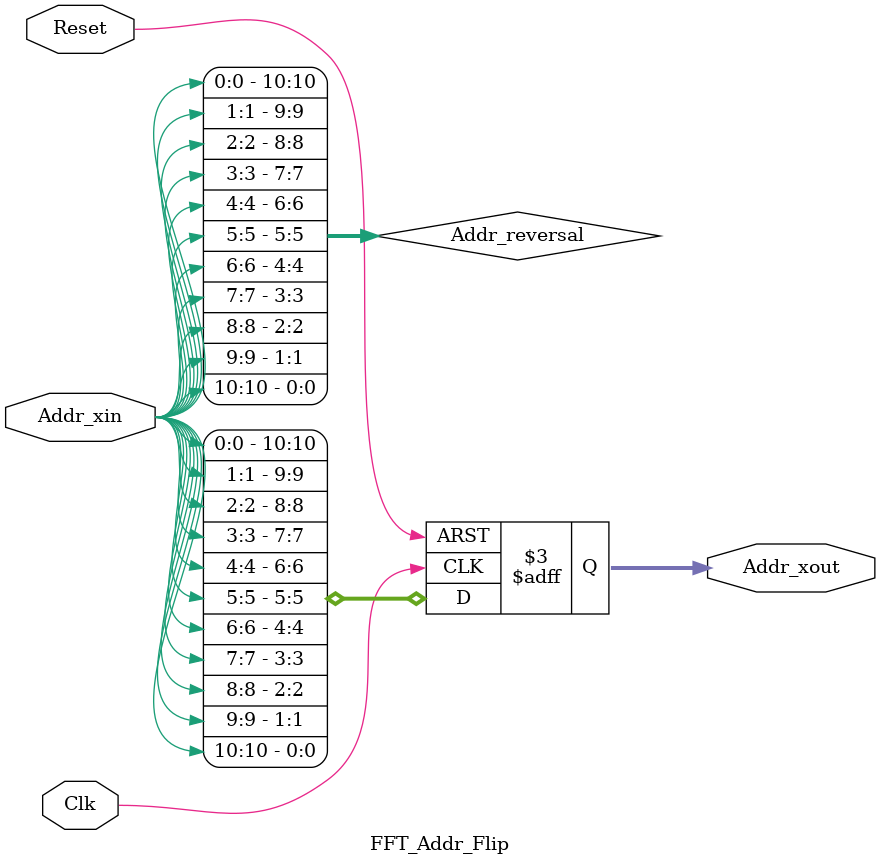
<source format=v>
`timescale 1ns / 1ps

module FFT_Addr_Flip
#(
	parameter	LOG2_FFT_LEN	= 11
)
(
	input							Clk,
	input							Reset,
	input		[LOG2_FFT_LEN-1:0]	Addr_xin,

	output	reg	[LOG2_FFT_LEN-1:0]	Addr_xout
);

wire[LOG2_FFT_LEN-1:0]	Addr_reversal;

// ------------------------------------------------------------------------
genvar	i;
generate 
	for(i=0;i<LOG2_FFT_LEN;i=i+1)
		begin : ADDR_r
			assign Addr_reversal[i] = Addr_xin[LOG2_FFT_LEN-1-i];
		end
endgenerate

always@(posedge Clk or negedge Reset)
begin
	if(!Reset)
		Addr_xout <= 0;
	else 
		Addr_xout <= Addr_reversal;
end

endmodule

</source>
